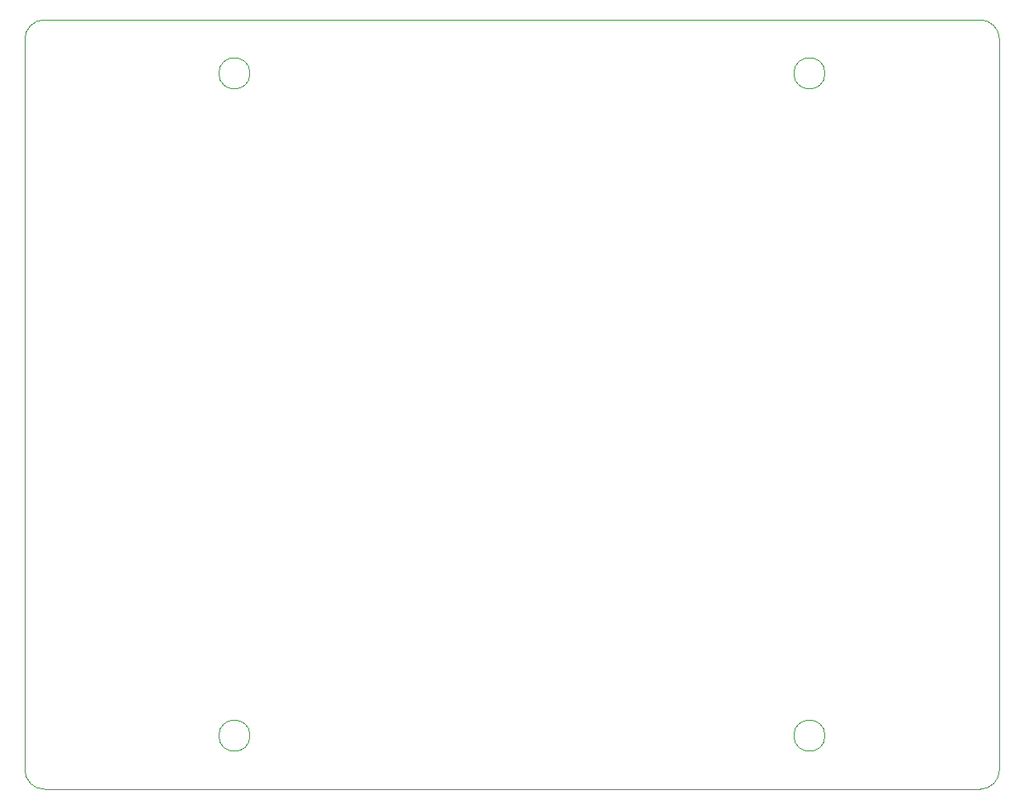
<source format=gbr>
%TF.GenerationSoftware,KiCad,Pcbnew,8.0.7-8.0.7-0~ubuntu22.04.1*%
%TF.CreationDate,2024-12-28T20:57:26+00:00*%
%TF.ProjectId,power-board,706f7765-722d-4626-9f61-72642e6b6963,1.0.0*%
%TF.SameCoordinates,Original*%
%TF.FileFunction,Profile,NP*%
%FSLAX46Y46*%
G04 Gerber Fmt 4.6, Leading zero omitted, Abs format (unit mm)*
G04 Created by KiCad (PCBNEW 8.0.7-8.0.7-0~ubuntu22.04.1) date 2024-12-28 20:57:26*
%MOMM*%
%LPD*%
G01*
G04 APERTURE LIST*
%TA.AperFunction,Profile*%
%ADD10C,0.100000*%
%TD*%
G04 APERTURE END LIST*
D10*
X156000000Y-96500000D02*
G75*
G02*
X154000000Y-98500000I-2000000J0D01*
G01*
X154000000Y-19500000D02*
G75*
G02*
X156000000Y-21500000I0J-2000000D01*
G01*
X138100000Y-25000000D02*
G75*
G02*
X134900000Y-25000000I-1600000J0D01*
G01*
X134900000Y-25000000D02*
G75*
G02*
X138100000Y-25000000I1600000J0D01*
G01*
X156000000Y-21500000D02*
X156000000Y-96500000D01*
X58000000Y-19500000D02*
X154000000Y-19500000D01*
X79100000Y-93000000D02*
G75*
G02*
X75900000Y-93000000I-1600000J0D01*
G01*
X75900000Y-93000000D02*
G75*
G02*
X79100000Y-93000000I1600000J0D01*
G01*
X154000000Y-98500000D02*
X58000000Y-98500000D01*
X58000000Y-98500000D02*
G75*
G02*
X56000000Y-96500000I0J2000000D01*
G01*
X56000000Y-96500000D02*
X56000000Y-21500000D01*
X138100000Y-93000000D02*
G75*
G02*
X134900000Y-93000000I-1600000J0D01*
G01*
X134900000Y-93000000D02*
G75*
G02*
X138100000Y-93000000I1600000J0D01*
G01*
X79100000Y-25000000D02*
G75*
G02*
X75900000Y-25000000I-1600000J0D01*
G01*
X75900000Y-25000000D02*
G75*
G02*
X79100000Y-25000000I1600000J0D01*
G01*
X56000000Y-21500000D02*
G75*
G02*
X58000000Y-19500000I2000000J0D01*
G01*
M02*

</source>
